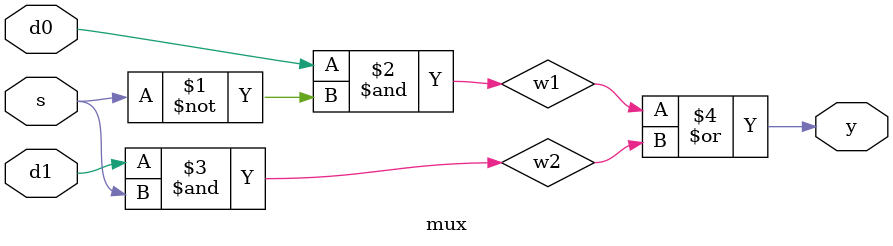
<source format=v>

module mux(y, s, d0, d1);

input s, d0, d1;
output y;

wire w1, w2;

and a1(w1, d0, ~s);
and a2(w2, d1, s);
or o1(y, w1, w2);


endmodule
</source>
